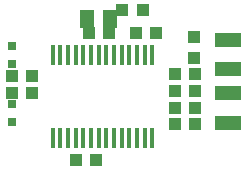
<source format=gbr>
G04 EAGLE Gerber RS-274X export*
G75*
%MOMM*%
%FSLAX34Y34*%
%LPD*%
%INSolderpaste Top*%
%IPPOS*%
%AMOC8*
5,1,8,0,0,1.08239X$1,22.5*%
G01*
%ADD10R,2.300000X1.200000*%
%ADD11R,0.400000X1.700000*%
%ADD12R,1.100000X1.000000*%
%ADD13R,1.000000X1.100000*%
%ADD14R,0.800000X0.800000*%
%ADD15R,1.300000X1.500000*%


D10*
X110750Y108025D03*
X110750Y83025D03*
X110750Y63025D03*
X110750Y38025D03*
D11*
X-37488Y25325D03*
X-30988Y25325D03*
X-24488Y25325D03*
X-17988Y25325D03*
X-11488Y25325D03*
X-4988Y25325D03*
X1513Y25325D03*
X8013Y25325D03*
X14513Y25325D03*
X21013Y25325D03*
X27513Y25325D03*
X34013Y25325D03*
X40513Y25325D03*
X47013Y25325D03*
X47013Y95325D03*
X40513Y95325D03*
X34013Y95325D03*
X27513Y95325D03*
X21013Y95325D03*
X14513Y95325D03*
X8013Y95325D03*
X1513Y95325D03*
X-4988Y95325D03*
X-11488Y95325D03*
X-17988Y95325D03*
X-24488Y95325D03*
X-30988Y95325D03*
X-37488Y95325D03*
D12*
X66113Y79375D03*
X83113Y79375D03*
X66113Y36513D03*
X83113Y36513D03*
D13*
X83113Y50800D03*
X66113Y50800D03*
X83113Y65088D03*
X66113Y65088D03*
D12*
X10088Y114300D03*
X-6913Y114300D03*
D13*
X38663Y133350D03*
X21663Y133350D03*
X-72000Y77788D03*
X-55000Y77788D03*
X-72000Y63500D03*
X-55000Y63500D03*
D14*
X-71438Y53538D03*
X-71438Y38538D03*
X-71438Y87750D03*
X-71438Y102750D03*
D12*
X32775Y114300D03*
X49775Y114300D03*
D13*
X82550Y110100D03*
X82550Y93100D03*
D12*
X-18025Y6350D03*
X-1025Y6350D03*
D15*
X11088Y125413D03*
X-7913Y125413D03*
M02*

</source>
